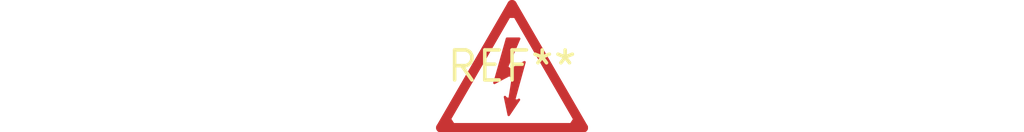
<source format=kicad_pcb>
(kicad_pcb (version 20240108) (generator pcbnew)
  (layers (0 "F.Cu" signal) (31 "B.Cu" signal) (34 "B.Paste" user) (35 "F.Paste" user) (36 "B.SilkS" user "B.Silkscreen") (37 "F.SilkS" user "F.Silkscreen") (38 "B.Mask" user) (39 "F.Mask" user) (44 "Edge.Cuts" user))
  (net 0 "")
  (footprint "Symbol_HighVoltage_Triangle_6x6mm_Copper" (layer "F.Cu") (at 0 0)
    (property "Reference" "REF**")
    (property "Value" "Symbol_HighVoltage_Triangle_6x6mm_Copper")
    (fp_line (start -3 2.6) (end 0 -2.6) (layer "F.Cu") (stroke (width 0.4)))
    (fp_line (start -2.456839 2.564632) (end -2.723161 2.155368) (layer "F.Cu") (stroke (width 0.2)))
    (fp_line (start -0.28 0.03) (end -0.08 0.21) (layer "F.Cu") (stroke (width 0.2)))
    (fp_line (start -0.26 1.36) (end 0.21 1.46) (layer "F.Cu") (stroke (width 0.1016)))
    (fp_line (start -0.135 0.295) (end 0.115 0.465) (layer "F.Cu") (stroke (width 0.2)))
    (fp_line (start -0.125 -2.14) (end 0.125 -2.14) (layer "F.Cu") (stroke (width 0.2)))
    (fp_line (start 0 -2.6) (end 3 2.6) (layer "F.Cu") (stroke (width 0.4)))
    (fp_line (start 2.466839 2.564632) (end 2.733161 2.155368) (layer "F.Cu") (stroke (width 0.2)))
    (fp_line (start 3 2.6) (end -3 2.6) (layer "F.Cu") (stroke (width 0.4)))
    (fp_poly (pts (xy -0.321167 0.284) (xy 0.5255 -0.171083) (xy 0.04925 1.564583) (xy 0.292667 1.416417) (xy -0.14125 2.062) (xy -0.3 1.3) (xy -0.130667 1.532834) (xy 0.070417 0.273417) (xy -0.7445 0.707334) (xy -0.215334 -1.165916) (xy 0.30325 -1.165916)) (layer "F.Cu") (stroke (width 0.1)) (fill solid))
  )
)
</source>
